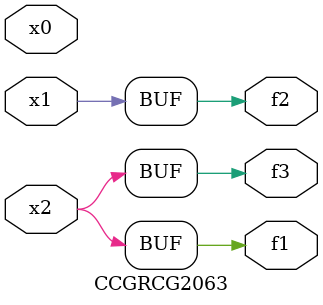
<source format=v>
module CCGRCG2063(
	input x0, x1, x2,
	output f1, f2, f3
);
	assign f1 = x2;
	assign f2 = x1;
	assign f3 = x2;
endmodule

</source>
